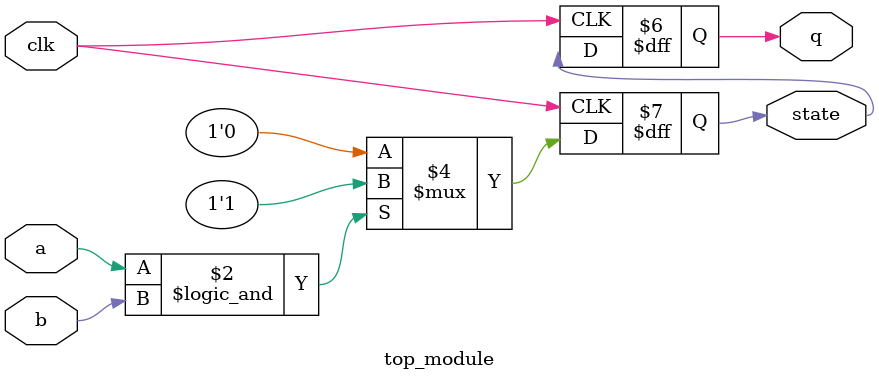
<source format=sv>
module top_module (
    input clk,
    input a,
    input b,
    output reg q,
    output reg state
);

    always @(posedge clk) begin
        // Update the state based on inputs a and b
        if (a && b)
            state <= 1;
        else
            state <= 0;

        // The output q is the same as the state
        q <= state;
    end
endmodule

</source>
